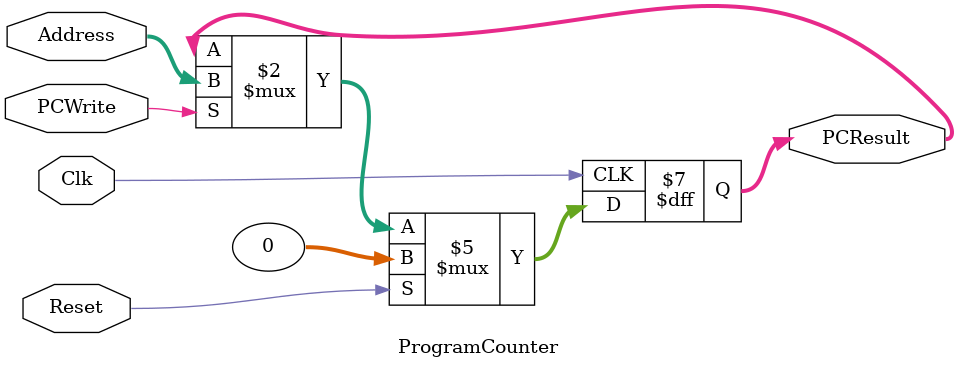
<source format=v>
`timescale 1ns / 1ps

module ProgramCounter(Address, PCResult, Reset, Clk, PCWrite);

	input [31:0] Address;
	input Reset, Clk, PCWrite;
	
	output reg [31:0] PCResult;

    always @(posedge Clk) begin
        if (Reset) begin
            PCResult <= 32'd0;
        end
        else if (PCWrite) begin
            PCResult <= Address;
        end
    end

endmodule
</source>
